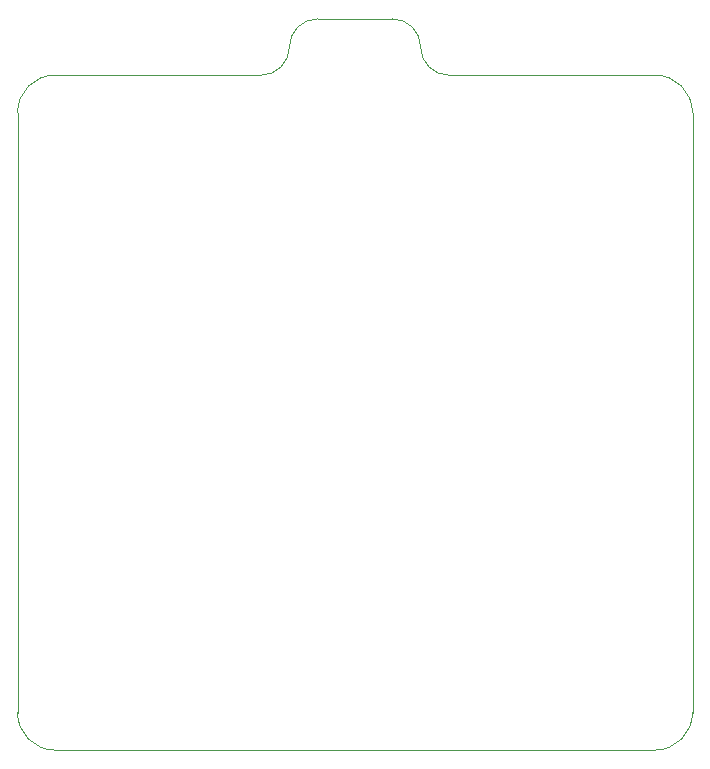
<source format=gbr>
%TF.GenerationSoftware,KiCad,Pcbnew,(5.99.0-11539-gc946070005)*%
%TF.CreationDate,2021-11-17T23:23:06-06:00*%
%TF.ProjectId,QS-09,51532d30-392e-46b6-9963-61645f706362,rev?*%
%TF.SameCoordinates,Original*%
%TF.FileFunction,Profile,NP*%
%FSLAX46Y46*%
G04 Gerber Fmt 4.6, Leading zero omitted, Abs format (unit mm)*
G04 Created by KiCad (PCBNEW (5.99.0-11539-gc946070005)) date 2021-11-17 23:23:06*
%MOMM*%
%LPD*%
G01*
G04 APERTURE LIST*
%TA.AperFunction,Profile*%
%ADD10C,0.100000*%
%TD*%
G04 APERTURE END LIST*
D10*
X92868750Y-15875000D02*
G75*
G03*
X89693750Y-19050000I0J-3175000D01*
G01*
X146843750Y-19050000D02*
G75*
G03*
X143668750Y-15875000I-3175000J0D01*
G01*
X121443750Y-11112500D02*
G75*
G02*
X123825000Y-13493750I0J-2381250D01*
G01*
X115093750Y-11112500D02*
G75*
G03*
X112712500Y-13493750I0J-2381250D01*
G01*
X89693750Y-19050000D02*
X89693750Y-69850000D01*
X123825000Y-13493750D02*
G75*
G03*
X126206250Y-15875000I2381250J0D01*
G01*
X121443750Y-11112500D02*
X115093750Y-11112500D01*
X146843750Y-69850000D02*
X146843750Y-19050000D01*
X112712500Y-13493750D02*
G75*
G02*
X110331250Y-15875000I-2381250J0D01*
G01*
X92868750Y-73025000D02*
G75*
G02*
X89693750Y-69850000I0J3175000D01*
G01*
X146843750Y-69850000D02*
G75*
G02*
X143668750Y-73025000I-3175000J0D01*
G01*
X126206250Y-15875000D02*
X143668750Y-15875000D01*
X92868750Y-73025000D02*
X143668750Y-73025000D01*
X92868750Y-15875000D02*
X110331250Y-15875000D01*
M02*

</source>
